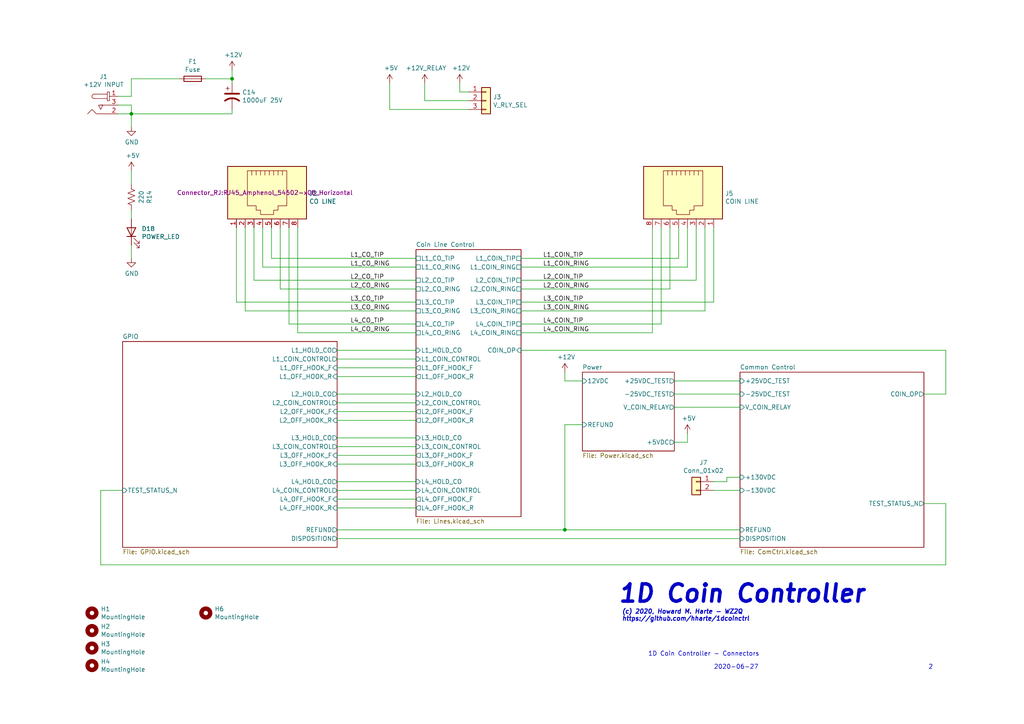
<source format=kicad_sch>
(kicad_sch (version 20211123) (generator eeschema)
  (paper "A4")
  (lib_symbols
    (symbol "1d_coinctrl_r2-rescue:+12V_RELAY-power" (power) (pin_names (offset 0))
      (property "Value" "+12V_RELAY-power" (at 0 3.556 0))
      (symbol "+12V_RELAY-power_0_1"
        (polyline (pts (xy -0.762 1.27) (xy 0 2.54)))
        (polyline (pts (xy 0 0) (xy 0 2.54)))
        (polyline (pts (xy 0 2.54) (xy 0.762 1.27)))
      )
      (symbol "+12V_RELAY-power_1_1"
        (pin power_in line (at 0 0 90) (length 0) hide (name "+12V_RELAY") (number "1"))
      )
    )
    (symbol "1d_coinctrl_r2-rescue:PJ-202A-dk_Barrel-Power-Connectors" (pin_names (offset 1.016))
      (property "Reference" "J" (at 0 2.54 0))
      (property "Value" "PJ-202A-dk_Barrel-Power-Connectors" (at 0 -6.35 0))
      (symbol "PJ-202A-dk_Barrel-Power-Connectors_1_1"
        (arc (start -4.445 0.635) (mid -5.08 0) (end -4.445 -0.635))
        (rectangle (start -0.635 1.27) (end 0 -1.27))
        (polyline (pts (xy -0.635 -0.635) (xy -4.445 -0.635)))
        (polyline (pts (xy -0.635 0.635) (xy -4.445 0.635)))
        (polyline (pts (xy 0 -2.54) (xy -1.27 -2.54) (xy -2.54 -2.54)))
        (polyline (pts (xy 0 -5.08) (xy -3.81 -5.08) (xy -5.08 -3.81) (xy -6.35 -5.08)))
        (polyline (pts (xy -2.54 -2.54) (xy -3.175 -2.54) (xy -2.54 -3.81) (xy -1.905 -2.54) (xy -2.54 -2.54)))
        (pin passive line (at 2.54 0 180) (length 2.54) (name "~") (number "1"))
        (pin passive line (at 2.54 -5.08 180) (length 2.54) (name "~") (number "2"))
        (pin passive line (at 2.54 -2.54 180) (length 2.54) (name "~") (number "3"))
      )
    )
    (symbol "Connector:8P8C" (pin_names (offset 1.016))
      (property "Reference" "J" (at -5.08 13.97 0))
      (property "Value" "8P8C" (at 2.54 13.97 0))
      (symbol "8P8C_0_1"
        (polyline (pts (xy -5.08 4.445) (xy -6.35 4.445)))
        (polyline (pts (xy -5.08 5.715) (xy -6.35 5.715)))
        (polyline (pts (xy -6.35 -3.175) (xy -5.08 -3.175) (xy -5.08 -3.175)))
        (polyline (pts (xy -6.35 -1.905) (xy -5.08 -1.905) (xy -5.08 -1.905)))
        (polyline (pts (xy -6.35 -0.635) (xy -5.08 -0.635) (xy -5.08 -0.635)))
        (polyline (pts (xy -6.35 0.635) (xy -5.08 0.635) (xy -5.08 0.635)))
        (polyline (pts (xy -6.35 1.905) (xy -5.08 1.905) (xy -5.08 1.905)))
        (polyline (pts (xy -5.08 3.175) (xy -6.35 3.175) (xy -6.35 3.175)))
        (polyline (pts (xy -6.35 -4.445) (xy -6.35 6.985) (xy 3.81 6.985) (xy 3.81 4.445) (xy 5.08 4.445) (xy 5.08 3.175) (xy 6.35 3.175) (xy 6.35 -0.635) (xy 5.08 -0.635) (xy 5.08 -1.905) (xy 3.81 -1.905) (xy 3.81 -4.445) (xy -6.35 -4.445) (xy -6.35 -4.445)))
        (rectangle (start 7.62 12.7) (end -7.62 -10.16) (stroke (width 0.254)) (fill (type background)))
      )
      (symbol "8P8C_1_1"
        (pin passive line (at 10.16 -7.62 180) (length 2.54) (name "~") (number "1"))
        (pin passive line (at 10.16 -5.08 180) (length 2.54) (name "~") (number "2"))
        (pin passive line (at 10.16 -2.54 180) (length 2.54) (name "~") (number "3"))
        (pin passive line (at 10.16 0 180) (length 2.54) (name "~") (number "4"))
        (pin passive line (at 10.16 2.54 180) (length 2.54) (name "~") (number "5"))
        (pin passive line (at 10.16 5.08 180) (length 2.54) (name "~") (number "6"))
        (pin passive line (at 10.16 7.62 180) (length 2.54) (name "~") (number "7"))
        (pin passive line (at 10.16 10.16 180) (length 2.54) (name "~") (number "8"))
      )
    )
    (symbol "Connector_Generic:Conn_01x02" (pin_names (offset 1.016) hide)
      (property "Reference" "J" (at 0 2.54 0))
      (property "Value" "Conn_01x02" (at 0 -5.08 0))
      (symbol "Conn_01x02_1_1"
        (rectangle (start -1.27 -2.413) (end 0 -2.667) (stroke (width 0.1524)))
        (rectangle (start -1.27 0.127) (end 0 -0.127) (stroke (width 0.1524)))
        (rectangle (start -1.27 1.27) (end 1.27 -3.81) (stroke (width 0.254)) (fill (type background)))
        (pin passive line (at -5.08 0 0) (length 3.81) (name "Pin_1") (number "1"))
        (pin passive line (at -5.08 -2.54 0) (length 3.81) (name "Pin_2") (number "2"))
      )
    )
    (symbol "Connector_Generic:Conn_01x03" (pin_names (offset 1.016) hide)
      (property "Reference" "J" (at 0 5.08 0))
      (property "Value" "Conn_01x03" (at 0 -5.08 0))
      (symbol "Conn_01x03_1_1"
        (rectangle (start -1.27 -2.413) (end 0 -2.667) (stroke (width 0.1524)))
        (rectangle (start -1.27 0.127) (end 0 -0.127) (stroke (width 0.1524)))
        (rectangle (start -1.27 2.667) (end 0 2.413) (stroke (width 0.1524)))
        (rectangle (start -1.27 3.81) (end 1.27 -3.81) (stroke (width 0.254)) (fill (type background)))
        (pin passive line (at -5.08 2.54 0) (length 3.81) (name "Pin_1") (number "1"))
        (pin passive line (at -5.08 0 0) (length 3.81) (name "Pin_2") (number "2"))
        (pin passive line (at -5.08 -2.54 0) (length 3.81) (name "Pin_3") (number "3"))
      )
    )
    (symbol "Device:C_Polarized_US" (pin_numbers hide) (pin_names (offset 0.254) hide)
      (property "Reference" "C" (at 0.635 2.54 0))
      (property "Value" "C_Polarized_US" (at 0.635 -2.54 0))
      (symbol "C_Polarized_US_0_1"
        (polyline (pts (xy -2.032 0.762) (xy 2.032 0.762)) (stroke (width 0.508)))
        (polyline (pts (xy -1.778 2.286) (xy -0.762 2.286)))
        (polyline (pts (xy -1.27 1.778) (xy -1.27 2.794)))
        (arc (start 2.032 -1.27) (mid 0 -0.5572) (end -2.032 -1.27) (stroke (width 0.508)))
      )
      (symbol "C_Polarized_US_1_1"
        (pin passive line (at 0 3.81 270) (length 2.794) (name "~") (number "1"))
        (pin passive line (at 0 -3.81 90) (length 3.302) (name "~") (number "2"))
      )
    )
    (symbol "Device:Fuse" (pin_numbers hide) (pin_names (offset 0))
      (property "Reference" "F" (at 2.032 0 90))
      (property "Value" "Fuse" (at -1.905 0 90))
      (symbol "Fuse_0_1"
        (rectangle (start -0.762 -2.54) (end 0.762 2.54) (stroke (width 0.254)))
        (polyline (pts (xy 0 2.54) (xy 0 -2.54)))
      )
      (symbol "Fuse_1_1"
        (pin passive line (at 0 3.81 270) (length 1.27) (name "~") (number "1"))
        (pin passive line (at 0 -3.81 90) (length 1.27) (name "~") (number "2"))
      )
    )
    (symbol "Device:LED" (pin_numbers hide) (pin_names (offset 1.016) hide)
      (property "Reference" "D" (at 0 2.54 0))
      (property "Value" "LED" (at 0 -2.54 0))
      (symbol "LED_0_1"
        (polyline (pts (xy -1.27 -1.27) (xy -1.27 1.27)) (stroke (width 0.254)))
        (polyline (pts (xy -1.27 0) (xy 1.27 0)))
        (polyline (pts (xy 1.27 -1.27) (xy 1.27 1.27) (xy -1.27 0) (xy 1.27 -1.27)) (stroke (width 0.254)))
        (polyline (pts (xy -3.048 -0.762) (xy -4.572 -2.286) (xy -3.81 -2.286) (xy -4.572 -2.286) (xy -4.572 -1.524)))
        (polyline (pts (xy -1.778 -0.762) (xy -3.302 -2.286) (xy -2.54 -2.286) (xy -3.302 -2.286) (xy -3.302 -1.524)))
      )
      (symbol "LED_1_1"
        (pin passive line (at -3.81 0 0) (length 2.54) (name "K") (number "1"))
        (pin passive line (at 3.81 0 180) (length 2.54) (name "A") (number "2"))
      )
    )
    (symbol "Device:R_US" (pin_numbers hide) (pin_names (offset 0))
      (property "Reference" "R" (at 2.54 0 90))
      (property "Value" "R_US" (at -2.54 0 90))
      (symbol "R_US_0_1"
        (polyline (pts (xy 0 -2.286) (xy 0 -2.54)))
        (polyline (pts (xy 0 2.286) (xy 0 2.54)))
        (polyline (pts (xy 0 -0.762) (xy 1.016 -1.143) (xy 0 -1.524) (xy -1.016 -1.905) (xy 0 -2.286)))
        (polyline (pts (xy 0 0.762) (xy 1.016 0.381) (xy 0 0) (xy -1.016 -0.381) (xy 0 -0.762)))
        (polyline (pts (xy 0 2.286) (xy 1.016 1.905) (xy 0 1.524) (xy -1.016 1.143) (xy 0 0.762)))
      )
      (symbol "R_US_1_1"
        (pin passive line (at 0 3.81 270) (length 1.27) (name "~") (number "1"))
        (pin passive line (at 0 -3.81 90) (length 1.27) (name "~") (number "2"))
      )
    )
    (symbol "Mechanical:MountingHole" (pin_names (offset 1.016))
      (property "Reference" "H" (at 0 5.08 0))
      (property "Value" "MountingHole" (at 0 3.175 0))
      (symbol "MountingHole_0_1"
        (circle (center 0 0) (radius 1.27) (stroke (width 1.27)))
      )
    )
    (symbol "power:+12V" (power) (pin_names (offset 0))
      (property "Value" "+12V" (at 0 3.556 0))
      (symbol "+12V_0_1"
        (polyline (pts (xy -0.762 1.27) (xy 0 2.54)))
        (polyline (pts (xy 0 0) (xy 0 2.54)))
        (polyline (pts (xy 0 2.54) (xy 0.762 1.27)))
      )
      (symbol "+12V_1_1"
        (pin power_in line (at 0 0 90) (length 0) hide (name "+12V") (number "1"))
      )
    )
    (symbol "power:+5V" (power) (pin_names (offset 0))
      (property "Value" "+5V" (at 0 3.556 0))
      (symbol "+5V_0_1"
        (polyline (pts (xy -0.762 1.27) (xy 0 2.54)))
        (polyline (pts (xy 0 0) (xy 0 2.54)))
        (polyline (pts (xy 0 2.54) (xy 0.762 1.27)))
      )
      (symbol "+5V_1_1"
        (pin power_in line (at 0 0 90) (length 0) hide (name "+5V") (number "1"))
      )
    )
    (symbol "power:GND" (power) (pin_names (offset 0))
      (property "Value" "GND" (at 0 -3.81 0))
      (symbol "GND_0_1"
        (polyline (pts (xy 0 0) (xy 0 -1.27) (xy 1.27 -1.27) (xy 0 -2.54) (xy -1.27 -1.27) (xy 0 -1.27)))
      )
      (symbol "GND_1_1"
        (pin power_in line (at 0 0 270) (length 0) hide (name "GND") (number "1"))
      )
    )
  )
  (junction (at 38.1 33.02))
  (junction (at 163.83 153.67))
  (junction (at 67.31 22.86))
  (wire (pts (xy 199.39 66.04) (xy 199.39 77.47)))
  (wire (pts (xy 267.97 146.05) (xy 274.32 146.05)))
  (wire (pts (xy 34.29 27.94) (xy 38.1 27.94)))
  (wire (pts (xy 163.83 123.19) (xy 168.91 123.19)))
  (wire (pts (xy 81.28 83.82) (xy 81.28 66.04)))
  (wire (pts (xy 151.13 77.47) (xy 199.39 77.47)))
  (wire (pts (xy 163.83 107.95) (xy 163.83 110.49)))
  (wire (pts (xy 38.1 33.02) (xy 38.1 36.83)))
  (wire (pts (xy 207.01 142.24) (xy 214.63 142.24)))
  (wire (pts (xy 267.97 114.3) (xy 274.32 114.3)))
  (wire (pts (xy 38.1 74.93) (xy 38.1 71.12)))
  (wire (pts (xy 68.58 87.63) (xy 120.65 87.63)))
  (wire (pts (xy 97.79 156.21) (xy 214.63 156.21)))
  (wire (pts (xy 73.66 81.28) (xy 73.66 66.04)))
  (wire (pts (xy 97.79 121.92) (xy 120.65 121.92)))
  (wire (pts (xy 97.79 142.24) (xy 120.65 142.24)))
  (wire (pts (xy 97.79 144.78) (xy 120.65 144.78)))
  (wire (pts (xy 38.1 33.02) (xy 67.31 33.02)))
  (wire (pts (xy 163.83 123.19) (xy 163.83 153.67)))
  (wire (pts (xy 86.36 96.52) (xy 86.36 66.04)))
  (wire (pts (xy 38.1 53.34) (xy 38.1 49.53)))
  (wire (pts (xy 97.79 106.68) (xy 120.65 106.68)))
  (wire (pts (xy 151.13 96.52) (xy 189.23 96.52)))
  (wire (pts (xy 199.39 128.27) (xy 199.39 125.73)))
  (wire (pts (xy 97.79 134.62) (xy 120.65 134.62)))
  (wire (pts (xy 29.21 142.24) (xy 29.21 163.83)))
  (wire (pts (xy 274.32 101.6) (xy 151.13 101.6)))
  (wire (pts (xy 210.82 139.7) (xy 210.82 138.43)))
  (wire (pts (xy 201.93 81.28) (xy 201.93 66.04)))
  (wire (pts (xy 135.89 31.75) (xy 113.03 31.75)))
  (wire (pts (xy 97.79 101.6) (xy 120.65 101.6)))
  (wire (pts (xy 195.58 110.49) (xy 214.63 110.49)))
  (wire (pts (xy 151.13 81.28) (xy 201.93 81.28)))
  (wire (pts (xy 97.79 104.14) (xy 120.65 104.14)))
  (wire (pts (xy 76.2 77.47) (xy 120.65 77.47)))
  (wire (pts (xy 133.35 26.67) (xy 133.35 24.13)))
  (wire (pts (xy 151.13 87.63) (xy 207.01 87.63)))
  (wire (pts (xy 86.36 96.52) (xy 120.65 96.52)))
  (wire (pts (xy 210.82 138.43) (xy 214.63 138.43)))
  (wire (pts (xy 151.13 83.82) (xy 194.31 83.82)))
  (wire (pts (xy 38.1 22.86) (xy 38.1 27.94)))
  (wire (pts (xy 133.35 26.67) (xy 135.89 26.67)))
  (wire (pts (xy 274.32 146.05) (xy 274.32 163.83)))
  (wire (pts (xy 97.79 129.54) (xy 120.65 129.54)))
  (wire (pts (xy 113.03 31.75) (xy 113.03 24.13)))
  (wire (pts (xy 73.66 81.28) (xy 120.65 81.28)))
  (wire (pts (xy 71.12 90.17) (xy 120.65 90.17)))
  (wire (pts (xy 189.23 96.52) (xy 189.23 66.04)))
  (wire (pts (xy 29.21 163.83) (xy 274.32 163.83)))
  (wire (pts (xy 151.13 93.98) (xy 191.77 93.98)))
  (wire (pts (xy 52.07 22.86) (xy 38.1 22.86)))
  (wire (pts (xy 196.85 74.93) (xy 196.85 66.04)))
  (wire (pts (xy 59.69 22.86) (xy 67.31 22.86)))
  (wire (pts (xy 81.28 83.82) (xy 120.65 83.82)))
  (wire (pts (xy 120.65 127) (xy 97.79 127)))
  (wire (pts (xy 67.31 33.02) (xy 67.31 31.75)))
  (wire (pts (xy 78.74 74.93) (xy 120.65 74.93)))
  (wire (pts (xy 97.79 119.38) (xy 120.65 119.38)))
  (wire (pts (xy 191.77 93.98) (xy 191.77 66.04)))
  (wire (pts (xy 195.58 128.27) (xy 199.39 128.27)))
  (wire (pts (xy 97.79 116.84) (xy 120.65 116.84)))
  (wire (pts (xy 151.13 90.17) (xy 204.47 90.17)))
  (wire (pts (xy 67.31 24.13) (xy 67.31 22.86)))
  (wire (pts (xy 97.79 132.08) (xy 120.65 132.08)))
  (wire (pts (xy 195.58 118.11) (xy 214.63 118.11)))
  (wire (pts (xy 97.79 153.67) (xy 163.83 153.67)))
  (wire (pts (xy 207.01 87.63) (xy 207.01 66.04)))
  (wire (pts (xy 83.82 93.98) (xy 120.65 93.98)))
  (wire (pts (xy 163.83 153.67) (xy 214.63 153.67)))
  (wire (pts (xy 194.31 83.82) (xy 194.31 66.04)))
  (wire (pts (xy 38.1 30.48) (xy 38.1 33.02)))
  (wire (pts (xy 120.65 114.3) (xy 97.79 114.3)))
  (wire (pts (xy 151.13 74.93) (xy 196.85 74.93)))
  (wire (pts (xy 123.19 24.13) (xy 123.19 29.21)))
  (wire (pts (xy 97.79 109.22) (xy 120.65 109.22)))
  (wire (pts (xy 34.29 33.02) (xy 38.1 33.02)))
  (wire (pts (xy 97.79 147.32) (xy 120.65 147.32)))
  (wire (pts (xy 78.74 66.04) (xy 78.74 74.93)))
  (wire (pts (xy 71.12 90.17) (xy 71.12 66.04)))
  (wire (pts (xy 83.82 66.04) (xy 83.82 93.98)))
  (wire (pts (xy 34.29 30.48) (xy 38.1 30.48)))
  (wire (pts (xy 68.58 66.04) (xy 68.58 87.63)))
  (wire (pts (xy 274.32 114.3) (xy 274.32 101.6)))
  (wire (pts (xy 123.19 29.21) (xy 135.89 29.21)))
  (wire (pts (xy 195.58 114.3) (xy 214.63 114.3)))
  (wire (pts (xy 76.2 66.04) (xy 76.2 77.47)))
  (wire (pts (xy 204.47 90.17) (xy 204.47 66.04)))
  (wire (pts (xy 29.21 142.24) (xy 35.56 142.24)))
  (wire (pts (xy 207.01 139.7) (xy 210.82 139.7)))
  (wire (pts (xy 38.1 63.5) (xy 38.1 60.96)))
  (wire (pts (xy 120.65 139.7) (xy 97.79 139.7)))
  (wire (pts (xy 67.31 22.86) (xy 67.31 20.32)))
  (wire (pts (xy 163.83 110.49) (xy 168.91 110.49)))
  (text "1D Coin Controller - Connectors" (at 187.96 190.5 0) (effects (font (size 1.27 1.27)) (justify left bottom)))
  (text "(c) 2020, Howard M. Harte - WZ2Q\nhttps://github.com/hharte/1dcoinctrl" (at 180.34 180.34 0) (effects (font (size 1.27 1.27) (thickness 0.254) bold italic) (justify left bottom)))
  (text "2" (at 269.24 194.31 0) (effects (font (size 1.27 1.27)) (justify left bottom)))
  (text "1D Coin Controller" (at 179.07 175.26 0) (effects (font (size 5.0038 5.0038) (thickness 1.0008) bold italic) (justify left bottom)))
  (text "2020-06-27" (at 207.01 194.31 0) (effects (font (size 1.27 1.27)) (justify left bottom)))
  (label "L3_CO_RING" (at 101.6 90.17 0))
  (label "L2_CO_RING" (at 101.6 83.82 0))
  (label "L4_CO_RING" (at 101.6 96.52 0))
  (label "L3_COIN_RING" (at 157.48 90.17 0))
  (label "L4_COIN_TIP" (at 157.48 93.98 0))
  (label "L3_CO_TIP" (at 101.6 87.63 0))
  (label "L1_COIN_RING" (at 157.48 77.47 0))
  (label "L4_COIN_RING" (at 157.48 96.52 0))
  (label "L2_CO_TIP" (at 101.6 81.28 0))
  (label "L3_COIN_TIP" (at 157.48 87.63 0))
  (label "L2_COIN_TIP" (at 157.48 81.28 0))
  (label "L1_CO_RING" (at 101.6 77.47 0))
  (label "L2_COIN_RING" (at 157.48 83.82 0))
  (label "L1_COIN_TIP" (at 157.48 74.93 0))
  (label "L4_CO_TIP" (at 101.6 93.98 0))
  (label "L1_CO_TIP" (at 101.6 74.93 0))
  (symbol (lib_id "Connector:8P8C") (at 76.2 55.88 270) (unit 1)
    (property "Reference" "J2" (at 89.662 56.1086 90) (effects (justify left)))
    (property "Value" "CO LINE" (at 89.662 58.42 90) (effects (justify left)))
    (property "Footprint" "Connector_RJ:RJ45_Amphenol_54602-x08_Horizontal" (at 76.835 55.88 90))
  )
  (symbol (lib_id "Connector:8P8C") (at 199.39 55.88 90) (mirror x) (unit 1)
    (property "Reference" "J5" (at 210.312 56.1086 90) (effects (justify right)))
    (property "Value" "COIN LINE" (at 210.312 58.42 90) (effects (justify right)))
    (property "Footprint" "Connector_RJ:RJ45_Amphenol_54602-x08_Horizontal" (effects hide))
  )
  (symbol (lib_id "1d_coinctrl_r2-rescue:PJ-202A-dk_Barrel-Power-Connectors") (at 31.75 27.94 0) (unit 1)
    (property "Reference" "J1" (at 30.0482 22.225 0))
    (property "Value" "+12V INPUT" (at 30.0482 24.5364 0))
    (property "Footprint" "digikey-footprints:Barrel_Jack_5.5mmODx2.1mmID_PJ-202A" (effects hide))
    (property "Datasheet" "https://www.cui.com/product/resource/digikeypdf/pj-202a.pdf" (effects hide))
    (property "Digi-Key_PN" "CP-202A-ND" (effects hide))
    (property "MPN" "PJ-202A" (effects hide))
    (property "Category" "Connectors, Interconnects" (effects hide))
    (property "Family" "Barrel - Power Connectors" (effects hide))
    (property "DK_Datasheet_Link" "https://www.cui.com/product/resource/digikeypdf/pj-202a.pdf" (effects hide))
    (property "DK_Detail_Page" "/product-detail/en/cui-inc/PJ-202A/CP-202A-ND/252007" (effects hide))
    (property "Description" "CONN PWR JACK 2X5.5MM KINKED PIN" (effects hide))
    (property "Manufacturer" "CUI Inc." (effects hide))
    (property "Status" "Active" (effects hide))
  )
  (symbol (lib_id "power:GND") (at 38.1 36.83 0) (unit 1)
    (property "Reference" "#PWR02" (effects hide))
    (property "Value" "GND" (at 38.227 41.2242 0))
  )
  (symbol (lib_id "power:+12V") (at 67.31 20.32 0) (unit 1)
    (property "Reference" "#PWR01" (effects hide))
    (property "Value" "+12V" (at 67.691 15.9258 0))
  )
  (symbol (lib_id "power:+12V") (at 163.83 107.95 0) (unit 1)
    (property "Reference" "#PWR07" (effects hide))
    (property "Value" "+12V" (at 164.211 103.5558 0))
  )
  (symbol (lib_id "1d_coinctrl_r2-rescue:+12V_RELAY-power") (at 123.19 24.13 0) (unit 1)
    (property "Reference" "#12V_RELAY0101" (effects hide))
    (property "Value" "+12V_RELAY" (at 123.571 19.7358 0))
  )
  (symbol (lib_id "Connector_Generic:Conn_01x03") (at 140.97 29.21 0) (unit 1)
    (property "Reference" "J3" (at 143.002 28.1432 0) (effects (justify left)))
    (property "Value" "V_RLY_SEL" (at 143.002 30.4546 0) (effects (justify left)))
    (property "Footprint" "Connector_PinHeader_2.54mm:PinHeader_1x03_P2.54mm_Vertical" (effects hide))
  )
  (symbol (lib_id "power:+12V") (at 133.35 24.13 0) (unit 1)
    (property "Reference" "#PWR05" (effects hide))
    (property "Value" "+12V" (at 133.731 19.7358 0))
  )
  (symbol (lib_id "power:+5V") (at 113.03 24.13 0) (unit 1)
    (property "Reference" "#PWR03" (effects hide))
    (property "Value" "+5V" (at 113.411 19.7358 0))
  )
  (symbol (lib_id "power:+5V") (at 199.39 125.73 0) (unit 1)
    (property "Reference" "#PWR08" (effects hide))
    (property "Value" "+5V" (at 199.771 121.3358 0))
  )
  (symbol (lib_id "Device:R_US") (at 38.1 57.15 180) (unit 1)
    (property "Reference" "R14" (at 43.307 57.15 90))
    (property "Value" "220" (at 40.9956 57.15 90))
    (property "Footprint" "Resistor_THT:R_Axial_DIN0207_L6.3mm_D2.5mm_P7.62mm_Horizontal" (effects hide))
  )
  (symbol (lib_id "Device:LED") (at 38.1 67.31 90) (unit 1)
    (property "Reference" "D18" (at 41.0718 66.3448 90) (effects (justify right)))
    (property "Value" "POWER_LED" (at 41.0718 68.6562 90) (effects (justify right)))
    (property "Footprint" "LED_THT:LED_D5.0mm" (effects hide))
  )
  (symbol (lib_id "power:+5V") (at 38.1 49.53 0) (unit 1)
    (property "Reference" "#PWR0101" (effects hide))
    (property "Value" "+5V" (at 38.481 45.1358 0))
  )
  (symbol (lib_id "power:GND") (at 38.1 74.93 0) (unit 1)
    (property "Reference" "#PWR0102" (effects hide))
    (property "Value" "GND" (at 38.227 79.3242 0))
  )
  (symbol (lib_id "Device:C_Polarized_US") (at 67.31 27.94 0) (unit 1)
    (property "Reference" "C14" (at 70.231 26.7716 0) (effects (justify left)))
    (property "Value" "1000uF 25V" (at 70.231 29.083 0) (effects (justify left)))
    (property "Footprint" "Capacitor_THT:CP_Radial_D12.5mm_P5.00mm" (effects hide))
  )
  (symbol (lib_id "Connector_Generic:Conn_01x02") (at 201.93 139.7 0) (mirror y) (unit 1)
    (property "Reference" "J7" (at 204.0128 134.1882 0))
    (property "Value" "Conn_01x02" (at 204.0128 136.4996 0))
    (property "Footprint" "Connector_PinHeader_2.54mm:PinHeader_1x02_P2.54mm_Vertical" (effects hide))
  )
  (symbol (lib_id "Mechanical:MountingHole") (at 26.67 182.88 0) (unit 1)
    (property "Reference" "H2" (at 29.21 181.7116 0) (effects (justify left)))
    (property "Value" "MountingHole" (at 29.21 184.023 0) (effects (justify left)))
    (property "Footprint" "MountingHole:MountingHole_3.7mm_Pad" (effects hide))
  )
  (symbol (lib_id "Mechanical:MountingHole") (at 26.67 187.96 0) (unit 1)
    (property "Reference" "H3" (at 29.21 186.7916 0) (effects (justify left)))
    (property "Value" "MountingHole" (at 29.21 189.103 0) (effects (justify left)))
    (property "Footprint" "MountingHole:MountingHole_3.7mm_Pad" (effects hide))
  )
  (symbol (lib_id "Mechanical:MountingHole") (at 26.67 193.04 0) (unit 1)
    (property "Reference" "H4" (at 29.21 191.8716 0) (effects (justify left)))
    (property "Value" "MountingHole" (at 29.21 194.183 0) (effects (justify left)))
    (property "Footprint" "MountingHole:MountingHole_3.7mm_Pad" (effects hide))
  )
  (symbol (lib_id "Mechanical:MountingHole") (at 26.67 177.8 0) (unit 1)
    (property "Reference" "H1" (at 29.21 176.6316 0) (effects (justify left)))
    (property "Value" "MountingHole" (at 29.21 178.943 0) (effects (justify left)))
    (property "Footprint" "MountingHole:MountingHole_3.7mm_Pad" (effects hide))
  )
  (symbol (lib_id "Mechanical:MountingHole") (at 59.69 177.8 0) (unit 1)
    (property "Reference" "H6" (at 62.23 176.6316 0) (effects (justify left)))
    (property "Value" "MountingHole" (at 62.23 178.943 0) (effects (justify left)))
    (property "Footprint" "MountingHole:MountingHole_3.7mm_Pad" (effects hide))
  )
  (symbol (lib_id "Device:Fuse") (at 55.88 22.86 270) (unit 1)
    (property "Reference" "F1" (at 55.88 17.8562 90))
    (property "Value" "Fuse" (at 55.88 20.1676 90))
    (property "Footprint" "Resistor_THT:R_Axial_DIN0207_L6.3mm_D2.5mm_P10.16mm_Horizontal" (effects hide))
  )
  (sheet (at 168.91 107.95) (size 26.67 22.86)
    (property "Sheet name" "Power" (at 168.91 107.2384 0) (effects (justify left bottom)))
    (property "Sheet file" "Power.kicad_sch" (at 168.91 131.3946 0) (effects (justify left top)))
    (pin "12VDC" input (at 168.91 110.49 180))
    (pin "+25VDC_TEST" output (at 195.58 110.49 0))
    (pin "-25VDC_TEST" output (at 195.58 114.3 0))
    (pin "+5VDC" output (at 195.58 128.27 0))
    (pin "REFUND" input (at 168.91 123.19 180))
    (pin "V_COIN_RELAY" output (at 195.58 118.11 0))
  )
  (sheet (at 35.56 99.06) (size 62.23 59.69)
    (property "Sheet name" "GPIO" (at 35.56 98.3484 0) (effects (justify left bottom)))
    (property "Sheet file" "GPIO.kicad_sch" (at 35.56 159.3346 0) (effects (justify left top)))
    (pin "L1_HOLD_CO" output (at 97.79 101.6 0))
    (pin "L2_HOLD_CO" output (at 97.79 114.3 0))
    (pin "L3_HOLD_CO" output (at 97.79 127 0))
    (pin "L4_HOLD_CO" output (at 97.79 139.7 0))
    (pin "L1_COIN_CONTROL" output (at 97.79 104.14 0))
    (pin "L2_COIN_CONTROL" output (at 97.79 116.84 0))
    (pin "L3_COIN_CONTROL" output (at 97.79 129.54 0))
    (pin "L4_COIN_CONTROL" output (at 97.79 142.24 0))
    (pin "TEST_STATUS_N" input (at 35.56 142.24 180))
    (pin "REFUND" output (at 97.79 153.67 0))
    (pin "DISPOSITION" output (at 97.79 156.21 0))
    (pin "L2_OFF_HOOK_R" input (at 97.79 121.92 0))
    (pin "L2_OFF_HOOK_F" input (at 97.79 119.38 0))
    (pin "L1_OFF_HOOK_R" input (at 97.79 109.22 0))
    (pin "L1_OFF_HOOK_F" input (at 97.79 106.68 0))
    (pin "L4_OFF_HOOK_R" input (at 97.79 147.32 0))
    (pin "L4_OFF_HOOK_F" input (at 97.79 144.78 0))
    (pin "L3_OFF_HOOK_R" input (at 97.79 134.62 0))
    (pin "L3_OFF_HOOK_F" input (at 97.79 132.08 0))
  )
  (sheet (at 214.63 107.95) (size 53.34 50.8)
    (property "Sheet name" "Common Control" (at 214.63 107.2384 0) (effects (justify left bottom)))
    (property "Sheet file" "ComCtrl.kicad_sch" (at 214.63 159.3346 0) (effects (justify left top)))
    (pin "+25VDC_TEST" input (at 214.63 110.49 180))
    (pin "-25VDC_TEST" input (at 214.63 114.3 180))
    (pin "+130VDC" input (at 214.63 138.43 180))
    (pin "-130VDC" input (at 214.63 142.24 180))
    (pin "REFUND" input (at 214.63 153.67 180))
    (pin "COIN_OP" output (at 267.97 114.3 0))
    (pin "DISPOSITION" input (at 214.63 156.21 180))
    (pin "TEST_STATUS_N" output (at 267.97 146.05 0))
    (pin "V_COIN_RELAY" input (at 214.63 118.11 180))
  )
  (sheet (at 120.65 72.39) (size 30.48 77.47)
    (property "Sheet name" "Coin Line Control" (at 120.65 71.6784 0) (effects (justify left bottom)))
    (property "Sheet file" "Lines.kicad_sch" (at 120.65 150.4446 0) (effects (justify left top)))
    (pin "L1_CO_TIP" passive (at 120.65 74.93 180))
    (pin "L1_CO_RING" passive (at 120.65 77.47 180))
    (pin "L1_HOLD_CO" input (at 120.65 101.6 180))
    (pin "L1_COIN_TIP" passive (at 151.13 74.93 0))
    (pin "L1_COIN_CONTROL" input (at 120.65 104.14 180))
    (pin "L1_COIN_RING" passive (at 151.13 77.47 0))
    (pin "COIN_OP" input (at 151.13 101.6 0))
    (pin "L2_CO_TIP" passive (at 120.65 81.28 180))
    (pin "L2_CO_RING" passive (at 120.65 83.82 180))
    (pin "L2_HOLD_CO" input (at 120.65 114.3 180))
    (pin "L2_COIN_TIP" passive (at 151.13 81.28 0))
    (pin "L2_COIN_CONTROL" input (at 120.65 116.84 180))
    (pin "L2_COIN_RING" passive (at 151.13 83.82 0))
    (pin "L3_CO_TIP" passive (at 120.65 87.63 180))
    (pin "L3_CO_RING" passive (at 120.65 90.17 180))
    (pin "L3_HOLD_CO" input (at 120.65 127 180))
    (pin "L3_COIN_TIP" passive (at 151.13 87.63 0))
    (pin "L3_COIN_CONTROL" input (at 120.65 129.54 180))
    (pin "L3_COIN_RING" passive (at 151.13 90.17 0))
    (pin "L4_CO_TIP" passive (at 120.65 93.98 180))
    (pin "L4_CO_RING" passive (at 120.65 96.52 180))
    (pin "L4_HOLD_CO" input (at 120.65 139.7 180))
    (pin "L4_COIN_TIP" passive (at 151.13 93.98 0))
    (pin "L4_COIN_CONTROL" input (at 120.65 142.24 180))
    (pin "L4_COIN_RING" passive (at 151.13 96.52 0))
    (pin "L1_OFF_HOOK_F" output (at 120.65 106.68 180))
    (pin "L1_OFF_HOOK_R" output (at 120.65 109.22 180))
    (pin "L2_OFF_HOOK_F" output (at 120.65 119.38 180))
    (pin "L2_OFF_HOOK_R" output (at 120.65 121.92 180))
    (pin "L4_OFF_HOOK_F" output (at 120.65 144.78 180))
    (pin "L4_OFF_HOOK_R" output (at 120.65 147.32 180))
    (pin "L3_OFF_HOOK_F" output (at 120.65 132.08 180))
    (pin "L3_OFF_HOOK_R" output (at 120.65 134.62 180))
  )
)
</source>
